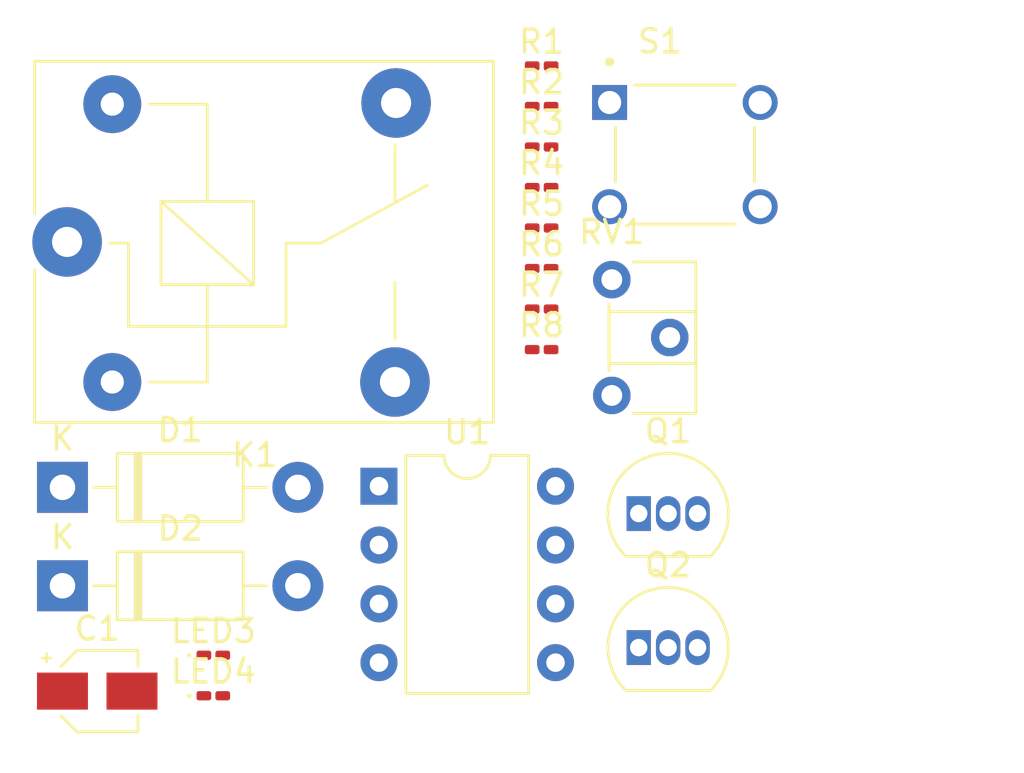
<source format=kicad_pcb>
(kicad_pcb (version 20240108) (generator "pcbnew") (generator_version "8.0")
  (layers (0 "F.Cu" signal) (31 "B.Cu" signal) (34 "B.Paste" user) (35 "F.Paste" user) (36 "B.SilkS" user "B.Silkscreen") (37 "F.SilkS" user "F.Silkscreen") (38 "B.Mask" user) (39 "F.Mask" user) (44 "Edge.Cuts" user))
  (net 0 "")
  (net 6 "/12V")
  (net 7 "/GND")
  (net 8 "Net-(D1-A)")
  (net 9 "/VS")
  (net 10 "Net-(LED3-K)")
  (net 11 "Net-(LED4-A)")
  (net 12 "Net-(Q1-C)")
  (net 13 "Net-(Q2-B)")
  (net 14 "Net-(R2-Pad1)")
  (net 15 "Net-(U1-R)")
  (net 16 "Net-(U1-Q)")
  (footprint "Diode_THT:D_DO-41_SOD81_P10.16mm_Horizontal" (layer "F.Cu") (at 13.59 37.83)
    (property "Reference" "D2" (at 5.08 -2.47 0) (layer "F.SilkS"))
    (property "Value" "1N4007")
    (fp_line (start 1.34 0) (end 2.36 0) (stroke (width 0.12)) (layer "F.SilkS"))
    (fp_line (start 2.36 -1.47) (end 2.36 1.47) (stroke (width 0.12)) (layer "F.SilkS"))
    (fp_line (start 2.36 1.47) (end 7.8 1.47) (stroke (width 0.12)) (layer "F.SilkS"))
    (fp_line (start 3.14 -1.47) (end 3.14 1.47) (stroke (width 0.12)) (layer "F.SilkS"))
    (fp_line (start 3.26 -1.47) (end 3.26 1.47) (stroke (width 0.12)) (layer "F.SilkS"))
    (fp_line (start 3.38 -1.47) (end 3.38 1.47) (stroke (width 0.12)) (layer "F.SilkS"))
    (fp_line (start 7.8 -1.47) (end 2.36 -1.47) (stroke (width 0.12)) (layer "F.SilkS"))
    (fp_line (start 7.8 1.47) (end 7.8 -1.47) (stroke (width 0.12)) (layer "F.SilkS"))
    (fp_line (start 8.82 0) (end 7.8 0) (stroke (width 0.12)) (layer "F.SilkS"))
    (fp_text user "K" (at 0 -2.1 0) (layer "F.SilkS"))
    (pad "1" thru_hole rect (at 0 0) (size 2.2 2.2) (drill 1.1) (layers "*.Cu" "*.Mask") (net 9 "/VS"))
    (pad "2" thru_hole oval (at 10.16 0) (size 2.2 2.2) (drill 1.1) (layers "*.Cu" "*.Mask") (net 7 "/GND"))
  )
  (footprint "LED_SMD:LED_0201_0603Metric_Pad0.64x0.40mm_HandSolder" (layer "F.Cu") (at 20.1 42.58)
    (property "Reference" "LED4" (at 0 -1.05 0) (layer "F.SilkS"))
    (property "Value" "TRIP")
    (fp_circle (center -1.035 0) (end -0.985 0) (stroke (width 0.1)) (fill none) (layer "F.SilkS"))
    (pad "1" smd roundrect (at -0.4075 0) (size 0.635 0.4) (layers "F.Cu" "F.Mask") (net 7 "/GND"))
    (pad "2" smd roundrect (at 0.4075 0) (size 0.635 0.4) (layers "F.Cu" "F.Mask") (net 11 "Net-(LED4-A)"))
  )
  (footprint "Resistor_SMD:R_0201_0603Metric_Pad0.64x0.40mm_HandSolder" (layer "F.Cu") (at 34.27 25.88)
    (property "Reference" "R7" (at 0 -1.05 0) (layer "F.SilkS"))
    (property "Value" "1K")
    (pad "1" smd roundrect (at -0.4075 0) (size 0.635 0.4) (layers "F.Cu" "F.Mask") (net 16 "Net-(U1-Q)"))
    (pad "2" smd roundrect (at 0.4075 0) (size 0.635 0.4) (layers "F.Cu" "F.Mask") (net 13 "Net-(Q2-B)"))
  )
  (footprint "TS02-66-95-BK-260-LCR-D:SW_TS02-66-95-BK-260-LCR-D" (layer "F.Cu") (at 40.454 19.209)
    (property "Reference" "S1" (at -1.079 -4.889 0) (layer "F.SilkS"))
    (property "Value" "RESET")
    (fp_line (start -3 -1.176) (end -3 1.176) (stroke (width 0.127)) (layer "F.SilkS"))
    (fp_line (start -2.176 -3) (end 2.176 -3) (stroke (width 0.127)) (layer "F.SilkS"))
    (fp_line (start -2.176 3) (end 2.176 3) (stroke (width 0.127)) (layer "F.SilkS"))
    (fp_line (start 3 -1.176) (end 3 1.176) (stroke (width 0.127)) (layer "F.SilkS"))
    (fp_circle (center -3.25 -4.004) (end -3.15 -4.004) (stroke (width 0.2)) (fill none) (layer "F.SilkS"))
    (pad "1" thru_hole rect (at -3.25 -2.25) (size 1.508 1.508) (drill 1) (layers "*.Cu" "*.Mask") (net 7 "/GND"))
    (pad "2" thru_hole circle (at 3.25 -2.25) (size 1.508 1.508) (drill 1) (layers "*.Cu" "*.Mask") (net 7 "/GND"))
    (pad "3" thru_hole circle (at -3.25 2.25) (size 1.508 1.508) (drill 1) (layers "*.Cu" "*.Mask") (net 15 "Net-(U1-R)"))
    (pad "4" thru_hole circle (at 3.25 2.25) (size 1.508 1.508) (drill 1) (layers "*.Cu" "*.Mask") (net 15 "Net-(U1-R)"))
  )
  (footprint "Capacitor_SMD:CP_Elec_3x5.3" (layer "F.Cu") (at 15.09 42.38)
    (property "Reference" "C1" (at 0 -2.7 0) (layer "F.SilkS"))
    (property "Value" "100uF 16V")
    (fp_line (start -2.375 -1.435) (end -2 -1.435) (stroke (width 0.12)) (layer "F.SilkS"))
    (fp_line (start -2.1875 -1.6225) (end -2.1875 -1.2475) (stroke (width 0.12)) (layer "F.SilkS"))
    (fp_line (start -1.570563 -1.06) (end -0.870563 -1.76) (stroke (width 0.12)) (layer "F.SilkS"))
    (fp_line (start -1.570563 1.06) (end -0.870563 1.76) (stroke (width 0.12)) (layer "F.SilkS"))
    (fp_line (start -0.870563 -1.76) (end 1.76 -1.76) (stroke (width 0.12)) (layer "F.SilkS"))
    (fp_line (start -0.870563 1.76) (end 1.76 1.76) (stroke (width 0.12)) (layer "F.SilkS"))
    (fp_line (start 1.76 -1.76) (end 1.76 -1.06) (stroke (width 0.12)) (layer "F.SilkS"))
    (fp_line (start 1.76 1.76) (end 1.76 1.06) (stroke (width 0.12)) (layer "F.SilkS"))
    (pad "1" smd rect (at -1.5 0) (size 2.2 1.6) (layers "F.Cu" "F.Paste" "F.Mask") (net 6 "/12V"))
    (pad "2" smd rect (at 1.5 0) (size 2.2 1.6) (layers "F.Cu" "F.Paste" "F.Mask") (net 7 "/GND"))
  )
  (footprint "Package_TO_SOT_THT:TO-92_Inline" (layer "F.Cu") (at 38.46 40.5)
    (property "Reference" "Q2" (at 1.27 -3.56 0) (layer "F.SilkS"))
    (property "Value" "BC547")
    (fp_line (start -0.53 1.85) (end 3.07 1.85) (stroke (width 0.12)) (layer "F.SilkS"))
    (fp_arc (start -0.568478 1.838478) (mid -1.132087 -0.994977) (end 1.27 -2.6) (stroke (width 0.12)) (layer "F.SilkS"))
    (fp_arc (start 1.27 -2.6) (mid 3.672087 -0.994977) (end 3.108478 1.838478) (stroke (width 0.12)) (layer "F.SilkS"))
    (pad "1" thru_hole rect (at 0 0) (size 1.05 1.5) (drill 0.75) (layers "*.Cu" "*.Mask") (net 8 "Net-(D1-A)"))
    (pad "2" thru_hole oval (at 1.27 0) (size 1.05 1.5) (drill 0.75) (layers "*.Cu" "*.Mask") (net 13 "Net-(Q2-B)"))
    (pad "3" thru_hole oval (at 2.54 0) (size 1.05 1.5) (drill 0.75) (layers "*.Cu" "*.Mask") (net 7 "/GND"))
  )
  (footprint "Resistor_SMD:R_0201_0603Metric_Pad0.64x0.40mm_HandSolder" (layer "F.Cu") (at 34.27 22.38)
    (property "Reference" "R5" (at 0 -1.05 0) (layer "F.SilkS"))
    (property "Value" "2K2")
    (pad "1" smd roundrect (at -0.4075 0) (size 0.635 0.4) (layers "F.Cu" "F.Mask") (net 16 "Net-(U1-Q)"))
    (pad "2" smd roundrect (at 0.4075 0) (size 0.635 0.4) (layers "F.Cu" "F.Mask") (net 11 "Net-(LED4-A)"))
  )
  (footprint "Package_TO_SOT_THT:TO-92_Inline" (layer "F.Cu") (at 38.46 34.71)
    (property "Reference" "Q1" (at 1.27 -3.56 0) (layer "F.SilkS"))
    (property "Value" "BC547")
    (fp_line (start -0.53 1.85) (end 3.07 1.85) (stroke (width 0.12)) (layer "F.SilkS"))
    (fp_arc (start -0.568478 1.838478) (mid -1.132087 -0.994977) (end 1.27 -2.6) (stroke (width 0.12)) (layer "F.SilkS"))
    (fp_arc (start 1.27 -2.6) (mid 3.672087 -0.994977) (end 3.108478 1.838478) (stroke (width 0.12)) (layer "F.SilkS"))
    (pad "1" thru_hole rect (at 0 0) (size 1.05 1.5) (drill 0.75) (layers "*.Cu" "*.Mask") (net 12 "Net-(Q1-C)"))
    (pad "2" thru_hole oval (at 1.27 0) (size 1.05 1.5) (drill 0.75) (layers "*.Cu" "*.Mask"))
    (pad "3" thru_hole oval (at 2.54 0) (size 1.05 1.5) (drill 0.75) (layers "*.Cu" "*.Mask") (net 7 "/GND"))
  )
  (footprint "Resistor_SMD:R_0201_0603Metric_Pad0.64x0.40mm_HandSolder" (layer "F.Cu") (at 34.27 18.88)
    (property "Reference" "R3" (at 0 -1.05 0) (layer "F.SilkS"))
    (property "Value" "10K")
    (pad "1" smd roundrect (at -0.4075 0) (size 0.635 0.4) (layers "F.Cu" "F.Mask") (net 6 "/12V"))
    (pad "2" smd roundrect (at 0.4075 0) (size 0.635 0.4) (layers "F.Cu" "F.Mask") (net 12 "Net-(Q1-C)"))
  )
  (footprint "Relay_THT:Relay_SPDT_SANYOU_SRD_Series_Form_C" (layer "F.Cu") (at 13.79 22.98)
    (property "Reference" "K1" (at 8.1 9.2 0) (layer "F.SilkS"))
    (property "Value" "SRD-12VDC-SL-C")
    (fp_line (start -1.4 -7.8) (end -1.4 -1.2) (stroke (width 0.12)) (layer "F.SilkS"))
    (fp_line (start -1.4 -7.8) (end 18.4 -7.8) (stroke (width 0.12)) (layer "F.SilkS"))
    (fp_line (start -1.4 1.2) (end -1.4 7.8) (stroke (width 0.12)) (layer "F.SilkS"))
    (fp_line (start 2.65 0.05) (end 1.85 0.05) (stroke (width 0.12)) (layer "F.SilkS"))
    (fp_line (start 2.65 0.05) (end 2.65 3.65) (stroke (width 0.12)) (layer "F.SilkS"))
    (fp_line (start 3.55 6.05) (end 6.05 6.05) (stroke (width 0.12)) (layer "F.SilkS"))
    (fp_line (start 4.05 -1.75) (end 8.05 -1.75) (stroke (width 0.12)) (layer "F.SilkS"))
    (fp_line (start 4.05 1.85) (end 4.05 -1.75) (stroke (width 0.12)) (layer "F.SilkS"))
    (fp_line (start 6.05 -5.95) (end 3.55 -5.95) (stroke (width 0.12)) (layer "F.SilkS"))
    (fp_line (start 6.05 -5.95) (end 6.05 -1.75) (stroke (width 0.12)) (layer "F.SilkS"))
    (fp_line (start 6.05 1.85) (end 6.05 6.05) (stroke (width 0.12)) (layer "F.SilkS"))
    (fp_line (start 8.05 -1.75) (end 8.05 1.85) (stroke (width 0.12)) (layer "F.SilkS"))
    (fp_line (start 8.05 1.85) (end 4.05 -1.75) (stroke (width 0.12)) (layer "F.SilkS"))
    (fp_line (start 8.05 1.85) (end 4.05 1.85) (stroke (width 0.12)) (layer "F.SilkS"))
    (fp_line (start 9.45 0.05) (end 9.45 3.65) (stroke (width 0.12)) (layer "F.SilkS"))
    (fp_line (start 9.45 0.05) (end 10.95 0.05) (stroke (width 0.12)) (layer "F.SilkS"))
    (fp_line (start 9.45 3.65) (end 2.65 3.65) (stroke (width 0.12)) (layer "F.SilkS"))
    (fp_line (start 10.95 0.05) (end 15.55 -2.45) (stroke (width 0.12)) (layer "F.SilkS"))
    (fp_line (start 14.15 -4.2) (end 14.15 -1.7) (stroke (width 0.12)) (layer "F.SilkS"))
    (fp_line (start 14.15 4.2) (end 14.15 1.75) (stroke (width 0.12)) (layer "F.SilkS"))
    (fp_line (start 18.4 -7.8) (end 18.4 7.8) (stroke (width 0.12)) (layer "F.SilkS"))
    (fp_line (start 18.4 7.8) (end -1.4 7.8) (stroke (width 0.12)) (layer "F.SilkS"))
    (pad "1" thru_hole circle (at 0 0 90) (size 3 3) (drill 1.3) (layers "*.Cu" "*.Mask") (net 6 "/12V"))
    (pad "2" thru_hole circle (at 1.95 6.05 90) (size 2.5 2.5) (drill 1) (layers "*.Cu" "*.Mask") (net 8 "Net-(D1-A)"))
    (pad "3" thru_hole circle (at 14.15 6.05 90) (size 3 3) (drill 1.3) (layers "*.Cu" "*.Mask"))
    (pad "4" thru_hole circle (at 14.2 -6 90) (size 3 3) (drill 1.3) (layers "*.Cu" "*.Mask") (net 9 "/VS"))
    (pad "5" thru_hole circle (at 1.95 -5.95 90) (size 2.5 2.5) (drill 1) (layers "*.Cu" "*.Mask") (net 6 "/12V"))
  )
  (footprint "Package_DIP:DIP-8_W7.62mm" (layer "F.Cu") (at 27.25 33.53)
    (property "Reference" "U1" (at 3.81 -2.33 0) (layer "F.SilkS"))
    (property "Value" "NE555P")
    (fp_line (start 1.16 -1.33) (end 1.16 8.95) (stroke (width 0.12)) (layer "F.SilkS"))
    (fp_line (start 1.16 8.95) (end 6.46 8.95) (stroke (width 0.12)) (layer "F.SilkS"))
    (fp_line (start 2.81 -1.33) (end 1.16 -1.33) (stroke (width 0.12)) (layer "F.SilkS"))
    (fp_line (start 6.46 -1.33) (end 4.81 -1.33) (stroke (width 0.12)) (layer "F.SilkS"))
    (fp_line (start 6.46 8.95) (end 6.46 -1.33) (stroke (width 0.12)) (layer "F.SilkS"))
    (fp_arc (start 4.81 -1.33) (mid 3.81 -0.33) (end 2.81 -1.33) (stroke (width 0.12)) (layer "F.SilkS"))
    (pad "1" thru_hole rect (at 0 0) (size 1.6 1.6) (drill 0.8) (layers "*.Cu" "*.Mask") (net 7 "/GND"))
    (pad "2" thru_hole oval (at 0 2.54) (size 1.6 1.6) (drill 0.8) (layers "*.Cu" "*.Mask") (net 12 "Net-(Q1-C)"))
    (pad "3" thru_hole oval (at 0 5.08) (size 1.6 1.6) (drill 0.8) (layers "*.Cu" "*.Mask") (net 16 "Net-(U1-Q)"))
    (pad "4" thru_hole oval (at 0 7.62) (size 1.6 1.6) (drill 0.8) (layers "*.Cu" "*.Mask") (net 15 "Net-(U1-R)"))
    (pad "5" thru_hole oval (at 7.62 7.62) (size 1.6 1.6) (drill 0.8) (layers "*.Cu" "*.Mask"))
    (pad "6" thru_hole oval (at 7.62 5.08) (size 1.6 1.6) (drill 0.8) (layers "*.Cu" "*.Mask") (net 7 "/GND"))
    (pad "7" thru_hole oval (at 7.62 2.54) (size 1.6 1.6) (drill 0.8) (layers "*.Cu" "*.Mask"))
    (pad "8" thru_hole oval (at 7.62 0) (size 1.6 1.6) (drill 0.8) (layers "*.Cu" "*.Mask") (net 6 "/12V"))
  )
  (footprint "Resistor_SMD:R_0201_0603Metric_Pad0.64x0.40mm_HandSolder" (layer "F.Cu") (at 34.27 17.13)
    (property "Reference" "R2" (at 0 -1.05 0) (layer "F.SilkS"))
    (property "Value" "1K")
    (pad "1" smd roundrect (at -0.4075 0) (size 0.635 0.4) (layers "F.Cu" "F.Mask") (net 14 "Net-(R2-Pad1)"))
    (pad "2" smd roundrect (at 0.4075 0) (size 0.635 0.4) (layers "F.Cu" "F.Mask") (net 7 "/GND"))
  )
  (footprint "Resistor_SMD:R_0201_0603Metric_Pad0.64x0.40mm_HandSolder" (layer "F.Cu") (at 34.27 27.63)
    (property "Reference" "R8" (at 0 -1.05 0) (layer "F.SilkS"))
    (property "Value" "10K")
    (pad "1" smd roundrect (at -0.4075 0) (size 0.635 0.4) (layers "F.Cu" "F.Mask") (net 13 "Net-(Q2-B)"))
    (pad "2" smd roundrect (at 0.4075 0) (size 0.635 0.4) (layers "F.Cu" "F.Mask") (net 7 "/GND"))
  )
  (footprint "Diode_THT:D_DO-41_SOD81_P10.16mm_Horizontal" (layer "F.Cu") (at 13.59 33.58)
    (property "Reference" "D1" (at 5.08 -2.47 0) (layer "F.SilkS"))
    (property "Value" "1N4007")
    (fp_line (start 1.34 0) (end 2.36 0) (stroke (width 0.12)) (layer "F.SilkS"))
    (fp_line (start 2.36 -1.47) (end 2.36 1.47) (stroke (width 0.12)) (layer "F.SilkS"))
    (fp_line (start 2.36 1.47) (end 7.8 1.47) (stroke (width 0.12)) (layer "F.SilkS"))
    (fp_line (start 3.14 -1.47) (end 3.14 1.47) (stroke (width 0.12)) (layer "F.SilkS"))
    (fp_line (start 3.26 -1.47) (end 3.26 1.47) (stroke (width 0.12)) (layer "F.SilkS"))
    (fp_line (start 3.38 -1.47) (end 3.38 1.47) (stroke (width 0.12)) (layer "F.SilkS"))
    (fp_line (start 7.8 -1.47) (end 2.36 -1.47) (stroke (width 0.12)) (layer "F.SilkS"))
    (fp_line (start 7.8 1.47) (end 7.8 -1.47) (stroke (width 0.12)) (layer "F.SilkS"))
    (fp_line (start 8.82 0) (end 7.8 0) (stroke (width 0.12)) (layer "F.SilkS"))
    (fp_text user "K" (at 0 -2.1 0) (layer "F.SilkS"))
    (pad "1" thru_hole rect (at 0 0) (size 2.2 2.2) (drill 1.1) (layers "*.Cu" "*.Mask") (net 6 "/12V"))
    (pad "2" thru_hole oval (at 10.16 0) (size 2.2 2.2) (drill 1.1) (layers "*.Cu" "*.Mask") (net 8 "Net-(D1-A)"))
  )
  (footprint "Resistor_SMD:R_0201_0603Metric_Pad0.64x0.40mm_HandSolder" (layer "F.Cu") (at 34.27 24.13)
    (property "Reference" "R6" (at 0 -1.05 0) (layer "F.SilkS"))
    (property "Value" "2K2")
    (pad "1" smd roundrect (at -0.4075 0) (size 0.635 0.4) (layers "F.Cu" "F.Mask") (net 10 "Net-(LED3-K)"))
    (pad "2" smd roundrect (at 0.4075 0) (size 0.635 0.4) (layers "F.Cu" "F.Mask") (net 16 "Net-(U1-Q)"))
  )
  (footprint "LED_SMD:LED_0201_0603Metric_Pad0.64x0.40mm_HandSolder" (layer "F.Cu") (at 20.1 40.83)
    (property "Reference" "LED3" (at 0 -1.05 0) (layer "F.SilkS"))
    (property "Value" "ON")
    (fp_circle (center -1.035 0) (end -0.985 0) (stroke (width 0.1)) (fill none) (layer "F.SilkS"))
    (pad "1" smd roundrect (at -0.4075 0) (size 0.635 0.4) (layers "F.Cu" "F.Mask") (net 10 "Net-(LED3-K)"))
    (pad "2" smd roundrect (at 0.4075 0) (size 0.635 0.4) (layers "F.Cu" "F.Mask") (net 6 "/12V"))
  )
  (footprint "Potentiometer_THT:Potentiometer_ACP_CA6-H2,5_Horizontal" (layer "F.Cu") (at 37.3 24.61)
    (property "Reference" "RV1" (at 0 -2.06 0) (layer "F.SilkS"))
    (property "Value" "10K")
    (fp_line (start -0.121 1.066) (end -0.121 3.935) (stroke (width 0.12)) (layer "F.SilkS"))
    (fp_line (start -0.121 1.38) (end -0.121 3.62) (stroke (width 0.12)) (layer "F.SilkS"))
    (fp_line (start -0.121 1.38) (end 3.62 1.38) (stroke (width 0.12)) (layer "F.SilkS"))
    (fp_line (start -0.121 3.62) (end 3.62 3.62) (stroke (width 0.12)) (layer "F.SilkS"))
    (fp_line (start 0.925 -0.77) (end 3.62 -0.77) (stroke (width 0.12)) (layer "F.SilkS"))
    (fp_line (start 0.925 5.77) (end 3.62 5.77) (stroke (width 0.12)) (layer "F.SilkS"))
    (fp_line (start 3.62 -0.77) (end 3.62 5.77) (stroke (width 0.12)) (layer "F.SilkS"))
    (fp_line (start 3.62 1.38) (end 3.62 3.62) (stroke (width 0.12)) (layer "F.SilkS"))
    (pad "1" thru_hole circle (at 0 0) (size 1.62 1.62) (drill 0.9) (layers "*.Cu" "*.Mask") (net 7 "/GND"))
    (pad "2" thru_hole circle (at 2.5 2.5) (size 1.62 1.62) (drill 0.9) (layers "*.Cu" "*.Mask"))
    (pad "3" thru_hole circle (at 0 5) (size 1.62 1.62) (drill 0.9) (layers "*.Cu" "*.Mask") (net 14 "Net-(R2-Pad1)"))
  )
  (footprint "Resistor_SMD:R_0201_0603Metric_Pad0.64x0.40mm_HandSolder" (layer "F.Cu") (at 34.27 20.63)
    (property "Reference" "R4" (at 0 -1.05 0) (layer "F.SilkS"))
    (property "Value" "10K")
    (pad "1" smd roundrect (at -0.4075 0) (size 0.635 0.4) (layers "F.Cu" "F.Mask") (net 6 "/12V"))
    (pad "2" smd roundrect (at 0.4075 0) (size 0.635 0.4) (layers "F.Cu" "F.Mask") (net 15 "Net-(U1-R)"))
  )
  (footprint "Resistor_SMD:R_0201_0603Metric_Pad0.64x0.40mm_HandSolder" (layer "F.Cu") (at 34.27 15.38)
    (property "Reference" "R1" (at 0 -1.05 0) (layer "F.SilkS"))
    (property "Value" "0.5 5W")
    (pad "1" smd roundrect (at -0.4075 0) (size 0.635 0.4) (layers "F.Cu" "F.Mask") (net 7 "/GND"))
    (pad "2" smd roundrect (at 0.4075 0) (size 0.635 0.4) (layers "F.Cu" "F.Mask") (net 7 "/GND"))
  )
)
</source>
